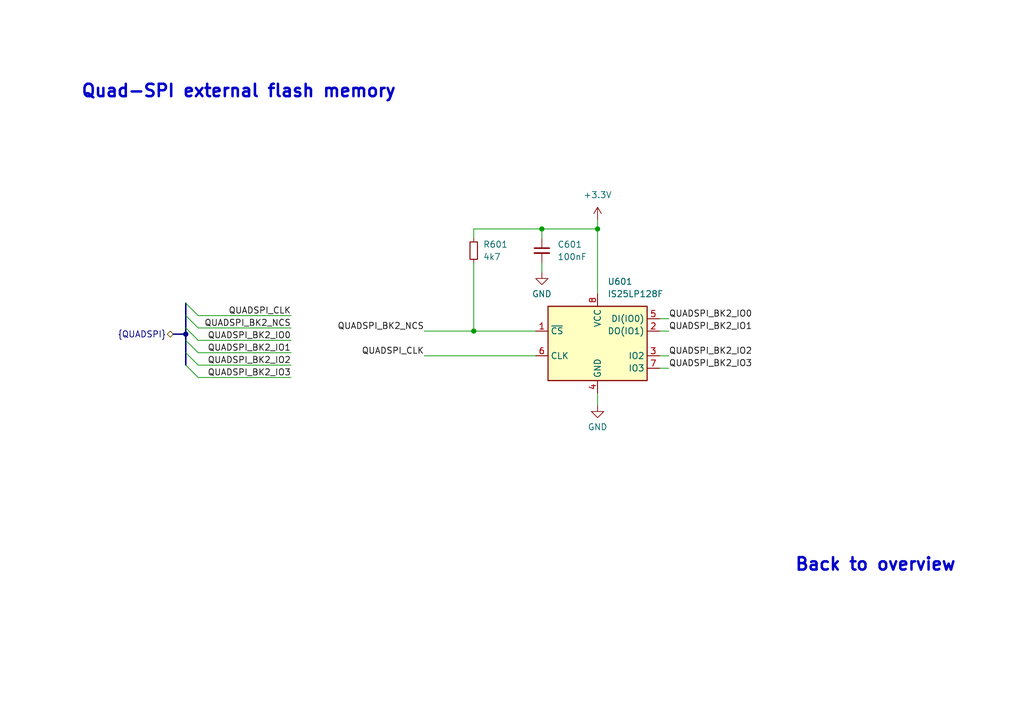
<source format=kicad_sch>
(kicad_sch (version 20230121) (generator eeschema)
  (paper "A5")
  (title_block (title "External Flash Memory") (company "EPFL Xplore") (comment 2 "Author: Vincent Nguyen"))
  (lib_symbols
    (symbol "0_memory_flash:IS25LP128F"
      (property "Reference" "U" (at -8.89 8.89 0))
      (property "Value" "IS25LP128F" (at 7.62 8.89 0))
      (symbol "IS25LP128F_0_1"
        (rectangle (start -10.16 7.62) (end 10.16 -7.62) (stroke (width 0.254)) (fill (type background)))
      )
      (symbol "IS25LP128F_1_1"
        (pin input line (at -12.7 2.54 0) (length 2.54) (name "~{CS}") (number "1"))
        (pin bidirectional line (at 12.7 2.54 180) (length 2.54) (name "DO(IO1)") (number "2"))
        (pin bidirectional line (at 12.7 -2.54 180) (length 2.54) (name "IO2") (number "3"))
        (pin power_in line (at 0 -10.16 90) (length 2.54) (name "GND") (number "4"))
        (pin bidirectional line (at 12.7 5.08 180) (length 2.54) (name "DI(IO0)") (number "5"))
        (pin input line (at -12.7 -2.54 0) (length 2.54) (name "CLK") (number "6"))
        (pin bidirectional line (at 12.7 -5.08 180) (length 2.54) (name "IO3") (number "7"))
        (pin power_in line (at 0 10.16 270) (length 2.54) (name "VCC") (number "8"))
      )
    )
    (symbol "Device:C_Small" (pin_numbers hide) (pin_names (offset 0.254) hide)
      (property "Reference" "C" (at 0.254 1.778 0))
      (property "Value" "C_Small" (at 0.254 -2.032 0))
      (symbol "C_Small_0_1"
        (polyline (pts (xy -1.524 -0.508) (xy 1.524 -0.508)) (stroke (width 0.3302)))
        (polyline (pts (xy -1.524 0.508) (xy 1.524 0.508)) (stroke (width 0.3048)))
      )
      (symbol "C_Small_1_1"
        (pin passive line (at 0 2.54 270) (length 2.032) (name "~") (number "1"))
        (pin passive line (at 0 -2.54 90) (length 2.032) (name "~") (number "2"))
      )
    )
    (symbol "Device:R_Small" (pin_numbers hide) (pin_names (offset 0.254) hide)
      (property "Reference" "R" (at 0.762 0.508 0))
      (property "Value" "R_Small" (at 0.762 -1.016 0))
      (symbol "R_Small_0_1"
        (rectangle (start -0.762 1.778) (end 0.762 -1.778) (stroke (width 0.2032)))
      )
      (symbol "R_Small_1_1"
        (pin passive line (at 0 2.54 270) (length 0.762) (name "~") (number "1"))
        (pin passive line (at 0 -2.54 90) (length 0.762) (name "~") (number "2"))
      )
    )
    (symbol "power:+3.3V" (power) (pin_names (offset 0))
      (property "Value" "+3.3V" (at 0 3.556 0))
      (symbol "+3.3V_0_1"
        (polyline (pts (xy -0.762 1.27) (xy 0 2.54)))
        (polyline (pts (xy 0 0) (xy 0 2.54)))
        (polyline (pts (xy 0 2.54) (xy 0.762 1.27)))
      )
      (symbol "+3.3V_1_1"
        (pin power_in line (at 0 0 90) (length 0) hide (name "+3.3V") (number "1"))
      )
    )
    (symbol "power:GND" (power) (pin_names (offset 0))
      (property "Value" "GND" (at 0 -3.81 0))
      (symbol "GND_0_1"
        (polyline (pts (xy 0 0) (xy 0 -1.27) (xy 1.27 -1.27) (xy 0 -2.54) (xy -1.27 -1.27) (xy 0 -1.27)))
      )
      (symbol "GND_1_1"
        (pin power_in line (at 0 0 270) (length 0) hide (name "GND") (number "1"))
      )
    )
  )
  (junction (at 111.125 46.99))
  (junction (at 97.155 67.945))
  (junction (at 122.555 46.99))
  (junction (at 38.1 68.58))
  (bus_entry (at 40.64 77.47) (size -2.54 -2.54))
  (bus_entry (at 40.64 69.85) (size -2.54 -2.54))
  (bus_entry (at 40.64 72.39) (size -2.54 -2.54))
  (bus_entry (at 40.64 67.31) (size -2.54 -2.54))
  (bus_entry (at 40.64 64.77) (size -2.54 -2.54))
  (bus_entry (at 40.64 74.93) (size -2.54 -2.54))
  (wire (pts (xy 59.69 77.47) (xy 40.64 77.47)))
  (wire (pts (xy 135.255 67.945) (xy 137.16 67.945)))
  (bus (pts (xy 38.1 68.58) (xy 38.1 69.85)))
  (bus (pts (xy 38.1 64.77) (xy 38.1 67.31)))
  (wire (pts (xy 59.69 72.39) (xy 40.64 72.39)))
  (wire (pts (xy 111.125 48.895) (xy 111.125 46.99)))
  (wire (pts (xy 97.155 67.945) (xy 109.855 67.945)))
  (wire (pts (xy 59.69 67.31) (xy 40.64 67.31)))
  (wire (pts (xy 135.255 75.565) (xy 137.16 75.565)))
  (wire (pts (xy 135.255 65.405) (xy 137.16 65.405)))
  (wire (pts (xy 59.69 69.85) (xy 40.64 69.85)))
  (bus (pts (xy 38.1 67.31) (xy 38.1 68.58)))
  (wire (pts (xy 86.995 73.025) (xy 109.855 73.025)))
  (wire (pts (xy 59.69 64.77) (xy 40.64 64.77)))
  (wire (pts (xy 122.555 45.085) (xy 122.555 46.99)))
  (bus (pts (xy 38.1 62.23) (xy 38.1 64.77)))
  (bus (pts (xy 38.1 69.85) (xy 38.1 72.39)))
  (wire (pts (xy 122.555 46.99) (xy 122.555 60.325)))
  (wire (pts (xy 97.155 53.975) (xy 97.155 67.945)))
  (bus (pts (xy 38.1 68.58) (xy 35.56 68.58)))
  (wire (pts (xy 86.995 67.945) (xy 97.155 67.945)))
  (bus (pts (xy 38.1 72.39) (xy 38.1 74.93)))
  (wire (pts (xy 97.155 46.99) (xy 111.125 46.99)))
  (wire (pts (xy 135.255 73.025) (xy 137.16 73.025)))
  (wire (pts (xy 122.555 46.99) (xy 111.125 46.99)))
  (wire (pts (xy 111.125 53.975) (xy 111.125 55.88)))
  (wire (pts (xy 97.155 46.99) (xy 97.155 48.895)))
  (wire (pts (xy 122.555 80.645) (xy 122.555 83.185)))
  (wire (pts (xy 59.69 74.93) (xy 40.64 74.93)))
  (text "Quad-SPI external flash memory" (at 16.51 20.32 0) (effects (font (size 2.54 2.54) bold) (justify left bottom)))
  (text "Back to overview" (at 196.215 117.475 0) (effects (font (size 2.54 2.54) (thickness 0.508) bold) (justify right bottom)))
  (label "QUADSPI_BK2_IO2" (at 137.16 73.025 0))
  (label "QUADSPI_BK2_IO3" (at 137.16 75.565 0))
  (label "QUADSPI_BK2_IO3" (at 59.69 77.47 180))
  (label "QUADSPI_BK2_IO2" (at 59.69 74.93 180))
  (label "QUADSPI_BK2_NCS" (at 59.69 67.31 180))
  (label "QUADSPI_BK2_IO0" (at 137.16 65.405 0))
  (label "QUADSPI_CLK" (at 59.69 64.77 180))
  (label "QUADSPI_BK2_IO0" (at 59.69 69.85 180))
  (label "QUADSPI_CLK" (at 86.995 73.025 180))
  (label "QUADSPI_BK2_IO1" (at 59.69 72.39 180))
  (label "QUADSPI_BK2_NCS" (at 86.995 67.945 180))
  (label "QUADSPI_BK2_IO1" (at 137.16 67.945 0))
  (hierarchical_label "{QUADSPI}" (shape bidirectional) (at 35.56 68.58 180))
  (symbol (lib_id "power:GND") (at 111.125 55.88 0) (unit 1)
    (property "Reference" "#PWR0601" (effects hide))
    (property "Value" "GND" (at 111.125 60.325 0))
  )
  (symbol (lib_id "0_memory_flash:IS25LP128F") (at 122.555 70.485 0) (unit 1)
    (property "Reference" "U601" (at 124.5744 57.785 0) (effects (justify left)))
    (property "Value" "IS25LP128F" (at 124.5744 60.325 0) (effects (justify left)))
    (property "Footprint" "Package_SO:SOIC-8_5.23x5.23mm_P1.27mm" (effects hide))
    (property "Datasheet" "https://www.mouser.ch/datasheet/2/198/25LP_WP128F-1146765.pdf" (effects hide))
    (property "Manufacturer ref" "IS25LP128F-JBLE" (effects hide))
    (property "Mouser ref" "870-IS25LP128F-JBLE" (effects hide))
  )
  (symbol (lib_id "power:+3.3V") (at 122.555 45.085 0) (unit 1)
    (property "Reference" "#PWR0602" (effects hide))
    (property "Value" "+3.3V" (at 122.555 40.005 0))
  )
  (symbol (lib_id "Device:R_Small") (at 97.155 51.435 0) (unit 1)
    (property "Reference" "R601" (at 99.06 50.1649 0) (effects (justify left)))
    (property "Value" "4k7" (at 99.06 52.7049 0) (effects (justify left)))
    (property "Footprint" "Resistor_SMD:R_0402_1005Metric" (effects hide))
  )
  (symbol (lib_id "power:GND") (at 122.555 83.185 0) (unit 1)
    (property "Reference" "#PWR0603" (effects hide))
    (property "Value" "GND" (at 122.555 87.63 0))
  )
  (symbol (lib_id "Device:C_Small") (at 111.125 51.435 0) (unit 1)
    (property "Reference" "C601" (at 114.3 50.1712 0) (effects (justify left)))
    (property "Value" "100nF" (at 114.3 52.7112 0) (effects (justify left)))
    (property "Footprint" "Capacitor_SMD:C_0402_1005Metric" (effects hide))
  )
)
</source>
